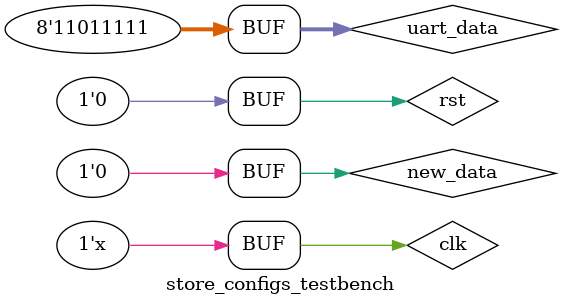
<source format=v>
`timescale 1ns / 1ps


module store_configs_testbench;

	// Inputs
	reg [7:0] uart_data;
	reg rst;
	reg clk;
	reg new_data;

	// Outputs
	wire intaking_configs;
	wire [7:0] channel_select;
	wire [4:0] aline_select;
	wire [31:0] pulse_shape;
	wire [15:0] c0a0;
	wire [15:0] c0a1;
	wire [15:0] c0a2;
	wire [15:0] c0a3;
	wire [15:0] c0a4;
	wire [15:0] c0a5;
	wire [15:0] c0a6;
	wire [15:0] c0a7;
	wire [15:0] c0a8;
	wire [15:0] c0a9;
	wire [15:0] c0a10;
	wire [15:0] c0a11;
	wire [15:0] c0a12;
	wire [15:0] c0a13;
	wire [15:0] c0a14;
	wire [15:0] c0a15;
	wire [15:0] c1a0;
	wire [15:0] c1a1;
	wire [15:0] c1a2;
	wire [15:0] c1a3;
	wire [15:0] c1a4;
	wire [15:0] c1a5;
	wire [15:0] c1a6;
	wire [15:0] c1a7;
	wire [15:0] c1a8;
	wire [15:0] c1a9;
	wire [15:0] c1a10;
	wire [15:0] c1a11;
	wire [15:0] c1a12;
	wire [15:0] c1a13;
	wire [15:0] c1a14;
	wire [15:0] c1a15;
	wire [15:0] c2a0;
	wire [15:0] c2a1;
	wire [15:0] c2a2;
	wire [15:0] c2a3;
	wire [15:0] c2a4;
	wire [15:0] c2a5;
	wire [15:0] c2a6;
	wire [15:0] c2a7;
	wire [15:0] c2a8;
	wire [15:0] c2a9;
	wire [15:0] c2a10;
	wire [15:0] c2a11;
	wire [15:0] c2a12;
	wire [15:0] c2a13;
	wire [15:0] c2a14;
	wire [15:0] c2a15;
	wire [15:0] c3a0;
	wire [15:0] c3a1;
	wire [15:0] c3a2;
	wire [15:0] c3a3;
	wire [15:0] c3a4;
	wire [15:0] c3a5;
	wire [15:0] c3a6;
	wire [15:0] c3a7;
	wire [15:0] c3a8;
	wire [15:0] c3a9;
	wire [15:0] c3a10;
	wire [15:0] c3a11;
	wire [15:0] c3a12;
	wire [15:0] c3a13;
	wire [15:0] c3a14;
	wire [15:0] c3a15;
	wire [15:0] c4a0;
	wire [15:0] c4a1;
	wire [15:0] c4a2;
	wire [15:0] c4a3;
	wire [15:0] c4a4;
	wire [15:0] c4a5;
	wire [15:0] c4a6;
	wire [15:0] c4a7;
	wire [15:0] c4a8;
	wire [15:0] c4a9;
	wire [15:0] c4a10;
	wire [15:0] c4a11;
	wire [15:0] c4a12;
	wire [15:0] c4a13;
	wire [15:0] c4a14;
	wire [15:0] c4a15;
	wire [15:0] c5a0;
	wire [15:0] c5a1;
	wire [15:0] c5a2;
	wire [15:0] c5a3;
	wire [15:0] c5a4;
	wire [15:0] c5a5;
	wire [15:0] c5a6;
	wire [15:0] c5a7;
	wire [15:0] c5a8;
	wire [15:0] c5a9;
	wire [15:0] c5a10;
	wire [15:0] c5a11;
	wire [15:0] c5a12;
	wire [15:0] c5a13;
	wire [15:0] c5a14;
	wire [15:0] c5a15;
	wire [15:0] c6a0;
	wire [15:0] c6a1;
	wire [15:0] c6a2;
	wire [15:0] c6a3;
	wire [15:0] c6a4;
	wire [15:0] c6a5;
	wire [15:0] c6a6;
	wire [15:0] c6a7;
	wire [15:0] c6a8;
	wire [15:0] c6a9;
	wire [15:0] c6a10;
	wire [15:0] c6a11;
	wire [15:0] c6a12;
	wire [15:0] c6a13;
	wire [15:0] c6a14;
	wire [15:0] c6a15;
	wire [15:0] c7a0;
	wire [15:0] c7a1;
	wire [15:0] c7a2;
	wire [15:0] c7a3;
	wire [15:0] c7a4;
	wire [15:0] c7a5;
	wire [15:0] c7a6;
	wire [15:0] c7a7;
	wire [15:0] c7a8;
	wire [15:0] ca79;
	wire [15:0] c7a10;
	wire [15:0] c7a11;
	wire [15:0] c7a12;
	wire [15:0] c7a13;
	wire [15:0] c7a14;
	wire [15:0] c7a15;

	// Instantiate the Unit Under Test (UUT)
	store_configs uut (
		.uart_data(uart_data), 
		.rst(rst), 
		.clk(clk), 
		.new_data(new_data), 
		.intaking_configs(intaking_configs), 
		.channel_select(channel_select), 
		.aline_select(aline_select), 
		.pulse_shape(pulse_shape), 
		.c0a0(c0a0), 
		.c0a1(c0a1), 
		.c0a2(c0a2), 
		.c0a3(c0a3), 
		.c0a4(c0a4), 
		.c0a5(c0a5), 
		.c0a6(c0a6), 
		.c0a7(c0a7), 
		.c0a8(c0a8), 
		.c0a9(c0a9), 
		.c0a10(c0a10), 
		.c0a11(c0a11), 
		.c0a12(c0a12), 
		.c0a13(c0a13), 
		.c0a14(c0a14), 
		.c0a15(c0a15), 
		.c1a0(c1a0), 
		.c1a1(c1a1), 
		.c1a2(c1a2), 
		.c1a3(c1a3), 
		.c1a4(c1a4), 
		.c1a5(c1a5), 
		.c1a6(c1a6), 
		.c1a7(c1a7), 
		.c1a8(c1a8), 
		.c1a9(c1a9), 
		.c1a10(c1a10), 
		.c1a11(c1a11), 
		.c1a12(c1a12), 
		.c1a13(c1a13), 
		.c1a14(c1a14), 
		.c1a15(c1a15), 
		.c2a0(c2a0), 
		.c2a1(c2a1), 
		.c2a2(c2a2), 
		.c2a3(c2a3), 
		.c2a4(c2a4), 
		.c2a5(c2a5), 
		.c2a6(c2a6), 
		.c2a7(c2a7), 
		.c2a8(c2a8), 
		.c2a9(c2a9), 
		.c2a10(c2a10), 
		.c2a11(c2a11), 
		.c2a12(c2a12), 
		.c2a13(c2a13), 
		.c2a14(c2a14), 
		.c2a15(c2a15), 
		.c3a0(c3a0), 
		.c3a1(c3a1), 
		.c3a2(c3a2), 
		.c3a3(c3a3), 
		.c3a4(c3a4), 
		.c3a5(c3a5), 
		.c3a6(c3a6), 
		.c3a7(c3a7), 
		.c3a8(c3a8), 
		.c3a9(c3a9), 
		.c3a10(c3a10), 
		.c3a11(c3a11), 
		.c3a12(c3a12), 
		.c3a13(c3a13), 
		.c3a14(c3a14), 
		.c3a15(c3a15), 
		.c4a0(c4a0), 
		.c4a1(c4a1), 
		.c4a2(c4a2), 
		.c4a3(c4a3), 
		.c4a4(c4a4), 
		.c4a5(c4a5), 
		.c4a6(c4a6), 
		.c4a7(c4a7), 
		.c4a8(c4a8), 
		.c4a9(c4a9), 
		.c4a10(c4a10), 
		.c4a11(c4a11), 
		.c4a12(c4a12), 
		.c4a13(c4a13), 
		.c4a14(c4a14), 
		.c4a15(c4a15), 
		.c5a0(c5a0), 
		.c5a1(c5a1), 
		.c5a2(c5a2), 
		.c5a3(c5a3), 
		.c5a4(c5a4), 
		.c5a5(c5a5), 
		.c5a6(c5a6), 
		.c5a7(c5a7), 
		.c5a8(c5a8), 
		.c5a9(c5a9), 
		.c5a10(c5a10), 
		.c5a11(c5a11), 
		.c5a12(c5a12), 
		.c5a13(c5a13), 
		.c5a14(c5a14), 
		.c5a15(c5a15), 
		.c6a0(c6a0), 
		.c6a1(c6a1), 
		.c6a2(c6a2), 
		.c6a3(c6a3), 
		.c6a4(c6a4), 
		.c6a5(c6a5), 
		.c6a6(c6a6), 
		.c6a7(c6a7), 
		.c6a8(c6a8), 
		.c6a9(c6a9), 
		.c6a10(c6a10), 
		.c6a11(c6a11), 
		.c6a12(c6a12), 
		.c6a13(c6a13), 
		.c6a14(c6a14), 
		.c6a15(c6a15), 
		.c7a0(c7a0), 
		.c7a1(c7a1), 
		.c7a2(c7a2), 
		.c7a3(c7a3), 
		.c7a4(c7a4), 
		.c7a5(c7a5), 
		.c7a6(c7a6), 
		.c7a7(c7a7), 
		.c7a8(c7a8), 
		.ca79(ca79), 
		.c7a10(c7a10), 
		.c7a11(c7a11), 
		.c7a12(c7a12), 
		.c7a13(c7a13), 
		.c7a14(c7a14), 
		.c7a15(c7a15), 
	);

	initial begin
		// Initialize Inputs
		uart_data = 8'b11011111;
		rst = 0;
		clk = 0;
		new_data = 0;

		// Wait 100 ns for global reset to finish
		#100;
        
		// Add stimulus here
		new_data = 1;
		#50;
		new_data = 0;
		#50;
		new_data = 1;
		#50;
		new_data = 0;
		#50;
		new_data = 1;
		#50;
		new_data = 0;
		#50;
		new_data = 1;
		#50;
		new_data = 0;
		#50;

	end
	
	
always #5 clk = ~clk;
endmodule


</source>
